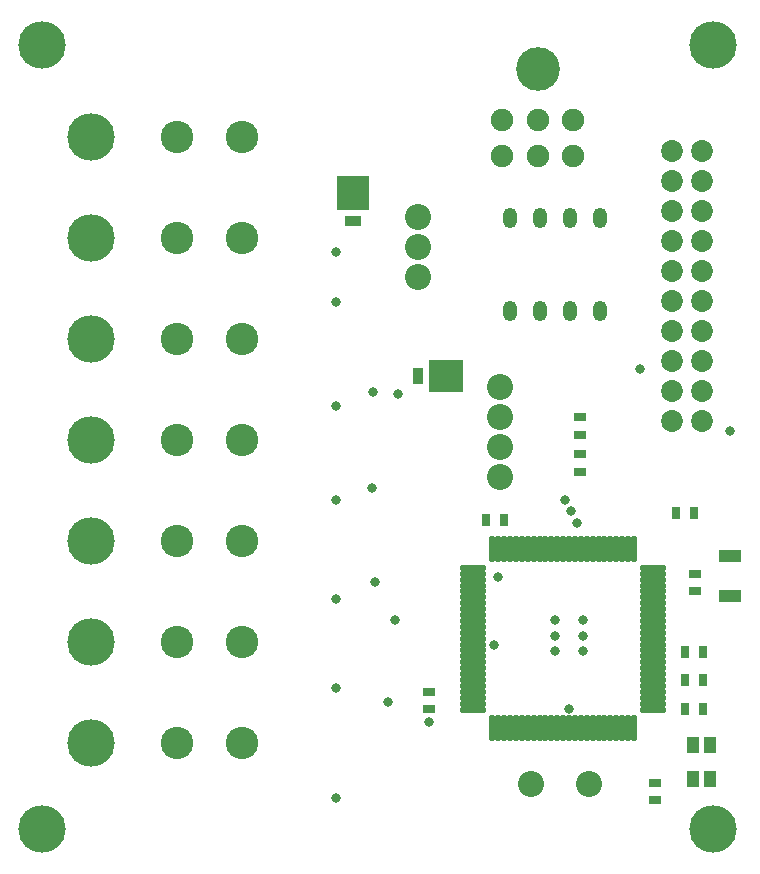
<source format=gts>
G04 Layer_Color=8388736*
%FSLAX44Y44*%
%MOMM*%
G71*
G01*
G75*
%ADD40R,1.0032X0.7032*%
%ADD41R,1.9032X1.0032*%
%ADD42R,0.7032X1.0032*%
%ADD43O,0.5032X2.3032*%
%ADD44O,2.3032X0.5032*%
%ADD45R,1.1032X1.4032*%
%ADD46R,2.7432X2.8702*%
%ADD47R,1.4732X0.9652*%
%ADD48R,2.8702X2.7432*%
%ADD49R,0.9652X1.4732*%
%ADD50C,2.2032*%
%ADD51C,4.0132*%
%ADD52C,1.8542*%
%ADD53C,2.7432*%
%ADD54C,1.9032*%
%ADD55C,3.7032*%
%ADD56O,1.2192X1.7272*%
%ADD57C,0.8382*%
D40*
X569901Y236927D02*
D03*
Y251927D02*
D03*
X761107Y174887D02*
D03*
Y159887D02*
D03*
X794738Y351926D02*
D03*
Y336926D02*
D03*
X697227Y484640D02*
D03*
Y469640D02*
D03*
Y453377D02*
D03*
Y438377D02*
D03*
D41*
X824955Y333148D02*
D03*
Y367147D02*
D03*
D42*
X779228Y403189D02*
D03*
X794228D02*
D03*
X633294Y397654D02*
D03*
X618294D02*
D03*
X801566Y237570D02*
D03*
X786566D02*
D03*
X801566Y285976D02*
D03*
X786566D02*
D03*
X801566Y261773D02*
D03*
X786566D02*
D03*
D43*
X623312Y220878D02*
D03*
X628312D02*
D03*
X633312D02*
D03*
X638312D02*
D03*
X643312D02*
D03*
X648312D02*
D03*
X653312D02*
D03*
X658312D02*
D03*
X663312D02*
D03*
X668312D02*
D03*
X673312D02*
D03*
X678312D02*
D03*
X683312D02*
D03*
X688312D02*
D03*
X693312D02*
D03*
X698312D02*
D03*
X703312D02*
D03*
X708312D02*
D03*
X713312D02*
D03*
X718312D02*
D03*
X723312D02*
D03*
X728312D02*
D03*
X733312D02*
D03*
X738312D02*
D03*
X743312D02*
D03*
Y372878D02*
D03*
X738312D02*
D03*
X733312D02*
D03*
X728312D02*
D03*
X723312D02*
D03*
X718312D02*
D03*
X713312D02*
D03*
X708312D02*
D03*
X703312D02*
D03*
X698312D02*
D03*
X693312D02*
D03*
X688312D02*
D03*
X683312D02*
D03*
X678312D02*
D03*
X673312D02*
D03*
X668312D02*
D03*
X663312D02*
D03*
X658312D02*
D03*
X653312D02*
D03*
X648312D02*
D03*
X643312D02*
D03*
X638312D02*
D03*
X633312D02*
D03*
X628312D02*
D03*
X623312D02*
D03*
D44*
X759312Y236878D02*
D03*
Y241878D02*
D03*
Y246878D02*
D03*
Y251878D02*
D03*
Y256878D02*
D03*
Y261878D02*
D03*
Y266878D02*
D03*
Y271878D02*
D03*
Y276878D02*
D03*
Y281878D02*
D03*
Y286878D02*
D03*
Y291878D02*
D03*
Y296878D02*
D03*
Y301878D02*
D03*
Y306878D02*
D03*
Y311878D02*
D03*
Y316878D02*
D03*
Y321878D02*
D03*
Y326878D02*
D03*
Y331878D02*
D03*
Y336878D02*
D03*
Y341878D02*
D03*
Y346878D02*
D03*
Y351878D02*
D03*
Y356878D02*
D03*
X607312D02*
D03*
Y351878D02*
D03*
Y346878D02*
D03*
Y341878D02*
D03*
Y336878D02*
D03*
Y331878D02*
D03*
Y326878D02*
D03*
Y321878D02*
D03*
Y316878D02*
D03*
Y311878D02*
D03*
Y306878D02*
D03*
Y301878D02*
D03*
Y296878D02*
D03*
Y291878D02*
D03*
Y286878D02*
D03*
Y281878D02*
D03*
Y276878D02*
D03*
Y271878D02*
D03*
Y266878D02*
D03*
Y261878D02*
D03*
Y256878D02*
D03*
Y251878D02*
D03*
Y246878D02*
D03*
Y241878D02*
D03*
Y236878D02*
D03*
D45*
X807803Y206464D02*
D03*
Y178463D02*
D03*
X793304Y206464D02*
D03*
Y178463D02*
D03*
D46*
X505350Y674414D02*
D03*
D47*
Y650919D02*
D03*
D48*
X583944Y519075D02*
D03*
D49*
X560449D02*
D03*
D50*
X656424Y173753D02*
D03*
X705225D02*
D03*
X629757Y484679D02*
D03*
Y510079D02*
D03*
Y459280D02*
D03*
Y433880D02*
D03*
X560474Y603371D02*
D03*
Y628771D02*
D03*
Y654171D02*
D03*
D51*
X810043Y135394D02*
D03*
X241903Y135321D02*
D03*
X810043Y799779D02*
D03*
X241903Y799706D02*
D03*
X283210Y721360D02*
D03*
Y635847D02*
D03*
Y550333D02*
D03*
Y464820D02*
D03*
Y379307D02*
D03*
Y293793D02*
D03*
Y208280D02*
D03*
D52*
X800963Y709626D02*
D03*
X775563D02*
D03*
Y684226D02*
D03*
X800963D02*
D03*
Y633426D02*
D03*
X775563D02*
D03*
Y658826D02*
D03*
X800963D02*
D03*
Y557226D02*
D03*
X775563D02*
D03*
Y531826D02*
D03*
X800963D02*
D03*
Y582626D02*
D03*
X775563D02*
D03*
Y608026D02*
D03*
X800963D02*
D03*
Y481026D02*
D03*
X775563D02*
D03*
Y506426D02*
D03*
X800963D02*
D03*
D53*
X356108Y721360D02*
D03*
X411226D02*
D03*
X356108Y635847D02*
D03*
X411226D02*
D03*
X356108Y550333D02*
D03*
X411226D02*
D03*
X356108Y464820D02*
D03*
X411226D02*
D03*
X356108Y379307D02*
D03*
X411226D02*
D03*
X356108Y293793D02*
D03*
X411226D02*
D03*
X356108Y208280D02*
D03*
X411226D02*
D03*
D54*
X631757Y705612D02*
D03*
X661757D02*
D03*
X691757D02*
D03*
Y735612D02*
D03*
X631757D02*
D03*
X661757D02*
D03*
D55*
Y778812D02*
D03*
D56*
X714465Y653130D02*
D03*
X638265D02*
D03*
X714465Y574390D02*
D03*
X638265D02*
D03*
X689065D02*
D03*
X663665D02*
D03*
Y653130D02*
D03*
X689065D02*
D03*
D57*
X490664Y624193D02*
D03*
Y582152D02*
D03*
Y493924D02*
D03*
Y414282D02*
D03*
Y330199D02*
D03*
Y255294D02*
D03*
Y162329D02*
D03*
X700396Y286165D02*
D03*
Y299465D02*
D03*
Y312765D02*
D03*
X676155Y286165D02*
D03*
Y299465D02*
D03*
Y312765D02*
D03*
X689898Y404623D02*
D03*
X694841Y395018D02*
D03*
X824955Y472312D02*
D03*
X569901Y225944D02*
D03*
X688312Y237748D02*
D03*
X624907Y291878D02*
D03*
X628178Y348776D02*
D03*
X748571Y525540D02*
D03*
X684955Y414228D02*
D03*
X534782Y242955D02*
D03*
X540820Y312299D02*
D03*
X524074Y344472D02*
D03*
X521364Y424639D02*
D03*
X522203Y505709D02*
D03*
X543246Y503675D02*
D03*
M02*

</source>
